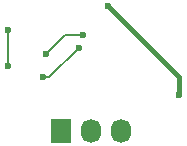
<source format=gbr>
%TF.GenerationSoftware,KiCad,Pcbnew,9.0.1*%
%TF.CreationDate,2025-05-20T00:04:45-05:00*%
%TF.ProjectId,myproject,6d797072-6f6a-4656-9374-2e6b69636164,rev?*%
%TF.SameCoordinates,Original*%
%TF.FileFunction,Copper,L2,Bot*%
%TF.FilePolarity,Positive*%
%FSLAX46Y46*%
G04 Gerber Fmt 4.6, Leading zero omitted, Abs format (unit mm)*
G04 Created by KiCad (PCBNEW 9.0.1) date 2025-05-20 00:04:45*
%MOMM*%
%LPD*%
G01*
G04 APERTURE LIST*
%TA.AperFunction,ComponentPad*%
%ADD10R,1.730000X2.030000*%
%TD*%
%TA.AperFunction,ComponentPad*%
%ADD11O,1.730000X2.030000*%
%TD*%
%TA.AperFunction,ViaPad*%
%ADD12C,0.600000*%
%TD*%
%TA.AperFunction,Conductor*%
%ADD13C,0.200000*%
%TD*%
%TA.AperFunction,Conductor*%
%ADD14C,0.400000*%
%TD*%
G04 APERTURE END LIST*
D10*
%TO.P,J1,1,Pin_1*%
%TO.N,VCC*%
X7460000Y-15000000D03*
D11*
%TO.P,J1,2,Pin_2*%
%TO.N,+5V*%
X10000000Y-15000000D03*
%TO.P,J1,3,Pin_3*%
%TO.N,GND*%
X12540000Y-15000000D03*
%TD*%
D12*
%TO.N,Net-(U1-FB)*%
X6250000Y-8500000D03*
X9360001Y-6887258D03*
%TO.N,Net-(U1-OC)*%
X9000000Y-8000000D03*
X6000000Y-10500000D03*
%TO.N,+5V*%
X11500000Y-4500000D03*
X17500000Y-12000000D03*
%TO.N,Net-(D1-A)*%
X3000000Y-6500000D03*
X3000000Y-9500000D03*
%TD*%
D13*
%TO.N,Net-(U1-FB)*%
X7862742Y-6887258D02*
X6250000Y-8500000D01*
X9360001Y-6887258D02*
X7862742Y-6887258D01*
%TO.N,Net-(U1-OC)*%
X6500000Y-10500000D02*
X9000000Y-8000000D01*
X6000000Y-10500000D02*
X6500000Y-10500000D01*
D14*
%TO.N,+5V*%
X17500000Y-10500000D02*
X11500000Y-4500000D01*
X17500000Y-12000000D02*
X17500000Y-10500000D01*
D13*
%TO.N,Net-(D1-A)*%
X3000000Y-9500000D02*
X3000000Y-6500000D01*
%TD*%
M02*

</source>
